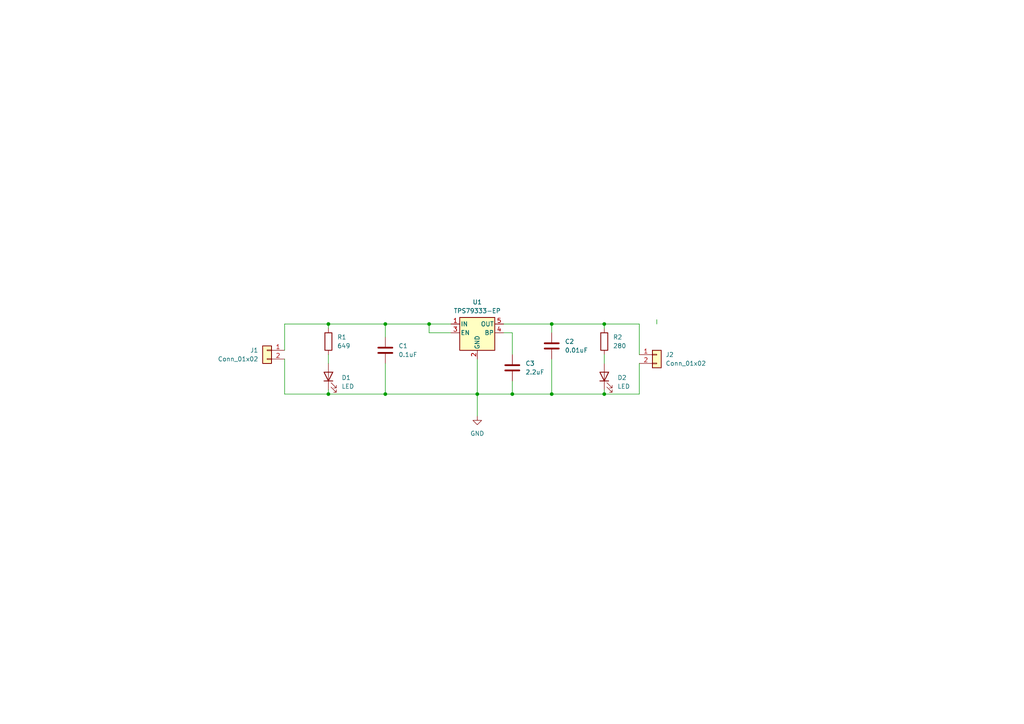
<source format=kicad_sch>
(kicad_sch (version 20231120) (generator "eeschema") (generator_version "8.0")
  (paper "A4")
  (lib_symbols
    (symbol "Connector_Generic:Conn_01x02" (pin_names (offset 1.016) hide)
      (property "Reference" "J" (at 0 2.54 0))
      (property "Value" "Conn_01x02" (at 0 -5.08 0))
      (symbol "Conn_01x02_1_1"
        (rectangle (start -1.27 -2.413) (end 0 -2.667) (stroke (width 0.1524)))
        (rectangle (start -1.27 0.127) (end 0 -0.127) (stroke (width 0.1524)))
        (rectangle (start -1.27 1.27) (end 1.27 -3.81) (stroke (width 0.254)) (fill (type background)))
        (pin passive line (at -5.08 0 0) (length 3.81) (name "Pin_1") (number "1"))
        (pin passive line (at -5.08 -2.54 0) (length 3.81) (name "Pin_2") (number "2"))
      )
    )
    (symbol "Device:C" (pin_numbers hide) (pin_names (offset 0.254))
      (property "Reference" "C" (at 0.635 2.54 0))
      (property "Value" "C" (at 0.635 -2.54 0))
      (symbol "C_0_1"
        (polyline (pts (xy -2.032 -0.762) (xy 2.032 -0.762)) (stroke (width 0.508)))
        (polyline (pts (xy -2.032 0.762) (xy 2.032 0.762)) (stroke (width 0.508)))
      )
      (symbol "C_1_1"
        (pin passive line (at 0 3.81 270) (length 2.794) (name "~") (number "1"))
        (pin passive line (at 0 -3.81 90) (length 2.794) (name "~") (number "2"))
      )
    )
    (symbol "Device:LED" (pin_numbers hide) (pin_names (offset 1.016) hide)
      (property "Reference" "D" (at 0 2.54 0))
      (property "Value" "LED" (at 0 -2.54 0))
      (symbol "LED_0_1"
        (polyline (pts (xy -1.27 -1.27) (xy -1.27 1.27)) (stroke (width 0.254)))
        (polyline (pts (xy -1.27 0) (xy 1.27 0)))
        (polyline (pts (xy 1.27 -1.27) (xy 1.27 1.27) (xy -1.27 0) (xy 1.27 -1.27)) (stroke (width 0.254)))
        (polyline (pts (xy -3.048 -0.762) (xy -4.572 -2.286) (xy -3.81 -2.286) (xy -4.572 -2.286) (xy -4.572 -1.524)))
        (polyline (pts (xy -1.778 -0.762) (xy -3.302 -2.286) (xy -2.54 -2.286) (xy -3.302 -2.286) (xy -3.302 -1.524)))
      )
      (symbol "LED_1_1"
        (pin passive line (at -3.81 0 0) (length 2.54) (name "K") (number "1"))
        (pin passive line (at 3.81 0 180) (length 2.54) (name "A") (number "2"))
      )
    )
    (symbol "Device:R" (pin_numbers hide) (pin_names (offset 0))
      (property "Reference" "R" (at 2.032 0 90))
      (property "Value" "R" (at 0 0 90))
      (symbol "R_0_1"
        (rectangle (start -1.016 -2.54) (end 1.016 2.54) (stroke (width 0.254)))
      )
      (symbol "R_1_1"
        (pin passive line (at 0 3.81 270) (length 1.27) (name "~") (number "1"))
        (pin passive line (at 0 -3.81 90) (length 1.27) (name "~") (number "2"))
      )
    )
    (symbol "Regulator_Linear:TPS79333-EP" (pin_names (offset 0.254))
      (property "Reference" "U" (at -3.81 5.715 0))
      (property "Value" "TPS79333-EP" (at 0 5.715 0))
      (symbol "TPS79333-EP_1_1"
        (rectangle (start 5.08 -5.08) (end -5.08 4.445) (stroke (width 0.254)) (fill (type background)))
        (pin power_in line (at -7.62 2.54 0) (length 2.54) (name "IN") (number "1"))
        (pin power_in line (at 0 -7.62 90) (length 2.54) (name "GND") (number "2"))
        (pin input line (at -7.62 0 0) (length 2.54) (name "EN") (number "3"))
        (pin bidirectional line (at 7.62 0 180) (length 2.54) (name "BP") (number "4"))
        (pin power_out line (at 7.62 2.54 180) (length 2.54) (name "OUT") (number "5"))
      )
    )
    (symbol "power:GND" (power) (pin_numbers hide) (pin_names (offset 0) hide)
      (property "Value" "GND" (at 0 -3.81 0))
      (symbol "GND_0_1"
        (polyline (pts (xy 0 0) (xy 0 -1.27) (xy 1.27 -1.27) (xy 0 -2.54) (xy -1.27 -1.27) (xy 0 -1.27)))
      )
      (symbol "GND_1_1"
        (pin power_in line (at 0 0 270) (length 0) (name "~") (number "1"))
      )
    )
  )
  (junction (at 124.46 93.98))
  (junction (at 148.59 114.3))
  (junction (at 175.26 114.3))
  (junction (at 138.43 114.3))
  (junction (at 111.76 93.98))
  (junction (at 95.25 114.3))
  (junction (at 160.02 114.3))
  (junction (at 160.02 93.98))
  (junction (at 175.26 93.98))
  (junction (at 95.25 93.98))
  (junction (at 111.76 114.3))
  (wire (pts (xy 111.76 114.3) (xy 138.43 114.3)))
  (wire (pts (xy 185.42 114.3) (xy 175.26 114.3)))
  (wire (pts (xy 160.02 104.14) (xy 160.02 114.3)))
  (wire (pts (xy 82.55 93.98) (xy 95.25 93.98)))
  (wire (pts (xy 111.76 97.79) (xy 111.76 93.98)))
  (wire (pts (xy 175.26 113.03) (xy 175.26 114.3)))
  (wire (pts (xy 185.42 105.41) (xy 185.42 114.3)))
  (wire (pts (xy 175.26 95.25) (xy 175.26 93.98)))
  (wire (pts (xy 148.59 96.52) (xy 146.05 96.52)))
  (wire (pts (xy 160.02 93.98) (xy 175.26 93.98)))
  (wire (pts (xy 111.76 93.98) (xy 124.46 93.98)))
  (wire (pts (xy 95.25 95.25) (xy 95.25 93.98)))
  (wire (pts (xy 148.59 110.49) (xy 148.59 114.3)))
  (wire (pts (xy 95.25 102.87) (xy 95.25 105.41)))
  (wire (pts (xy 138.43 114.3) (xy 148.59 114.3)))
  (wire (pts (xy 130.81 96.52) (xy 124.46 96.52)))
  (wire (pts (xy 95.25 114.3) (xy 111.76 114.3)))
  (wire (pts (xy 95.25 113.03) (xy 95.25 114.3)))
  (wire (pts (xy 124.46 96.52) (xy 124.46 93.98)))
  (wire (pts (xy 111.76 105.41) (xy 111.76 114.3)))
  (wire (pts (xy 148.59 114.3) (xy 160.02 114.3)))
  (wire (pts (xy 160.02 114.3) (xy 175.26 114.3)))
  (wire (pts (xy 175.26 102.87) (xy 175.26 105.41)))
  (wire (pts (xy 124.46 93.98) (xy 130.81 93.98)))
  (wire (pts (xy 95.25 93.98) (xy 111.76 93.98)))
  (wire (pts (xy 82.55 104.14) (xy 82.55 114.3)))
  (wire (pts (xy 148.59 102.87) (xy 148.59 96.52)))
  (wire (pts (xy 190.5 93.98) (xy 190.5 92.71)))
  (wire (pts (xy 160.02 96.52) (xy 160.02 93.98)))
  (wire (pts (xy 185.42 102.87) (xy 185.42 93.98)))
  (wire (pts (xy 138.43 104.14) (xy 138.43 114.3)))
  (wire (pts (xy 138.43 114.3) (xy 138.43 120.65)))
  (wire (pts (xy 160.02 93.98) (xy 146.05 93.98)))
  (wire (pts (xy 82.55 114.3) (xy 95.25 114.3)))
  (wire (pts (xy 185.42 93.98) (xy 175.26 93.98)))
  (wire (pts (xy 82.55 101.6) (xy 82.55 93.98)))
  (symbol (lib_id "Connector_Generic:Conn_01x02") (at 77.47 101.6 0) (mirror y) (unit 1)
    (property "Reference" "J1" (at 74.93 101.5999 0) (effects (justify left)))
    (property "Value" "Conn_01x02" (at 74.93 104.1399 0) (effects (justify left)))
    (property "Footprint" "Connector_PinHeader_2.54mm:PinHeader_1x02_P2.54mm_Vertical" (effects (hide yes)))
    (property "Description" "Generic connector, single row, 01x02, script generated (kicad-library-utils/schlib/autogen/connector/)" (effects (hide yes)))
  )
  (symbol (lib_id "Device:LED") (at 175.26 109.22 90) (unit 1)
    (property "Reference" "D2" (at 179.07 109.5374 90) (effects (justify right)))
    (property "Value" "LED" (at 179.07 112.0774 90) (effects (justify right)))
    (property "Footprint" "LED_SMD:LED_0805_2012Metric" (effects (hide yes)))
    (property "Description" "Light emitting diode" (effects (hide yes)))
  )
  (symbol (lib_id "Device:LED") (at 95.25 109.22 90) (unit 1)
    (property "Reference" "D1" (at 99.06 109.5374 90) (effects (justify right)))
    (property "Value" "LED" (at 99.06 112.0774 90) (effects (justify right)))
    (property "Footprint" "LED_SMD:LED_0805_2012Metric" (effects (hide yes)))
    (property "Description" "Light emitting diode" (effects (hide yes)))
  )
  (symbol (lib_id "Device:R") (at 95.25 99.06 0) (unit 1)
    (property "Reference" "R1" (at 97.79 97.7899 0) (effects (justify left)))
    (property "Value" "649" (at 97.79 100.3299 0) (effects (justify left)))
    (property "Footprint" "Resistor_SMD:R_0805_2012Metric" (effects (hide yes)))
    (property "Description" "Resistor" (effects (hide yes)))
  )
  (symbol (lib_id "Connector_Generic:Conn_01x02") (at 190.5 102.87 0) (unit 1)
    (property "Reference" "J2" (at 193.04 102.8699 0) (effects (justify left)))
    (property "Value" "Conn_01x02" (at 193.04 105.4099 0) (effects (justify left)))
    (property "Footprint" "Connector_PinHeader_2.54mm:PinHeader_1x02_P2.54mm_Vertical" (effects (hide yes)))
    (property "Description" "Generic connector, single row, 01x02, script generated (kicad-library-utils/schlib/autogen/connector/)" (effects (hide yes)))
  )
  (symbol (lib_id "power:GND") (at 138.43 120.65 0) (unit 1)
    (property "Reference" "#PWR01" (effects (hide yes)))
    (property "Value" "GND" (at 138.43 125.73 0))
    (property "Description" "Power symbol creates a global label with name \"GND\" , ground" (effects (hide yes)))
  )
  (symbol (lib_id "Device:C") (at 111.76 101.6 0) (unit 1)
    (property "Reference" "C1" (at 115.57 100.3299 0) (effects (justify left)))
    (property "Value" "0.1uF" (at 115.57 102.8699 0) (effects (justify left)))
    (property "Footprint" "Capacitor_SMD:C_0805_2012Metric" (effects (hide yes)))
    (property "Description" "Unpolarized capacitor" (effects (hide yes)))
  )
  (symbol (lib_id "Device:R") (at 175.26 99.06 0) (unit 1)
    (property "Reference" "R2" (at 177.8 97.7899 0) (effects (justify left)))
    (property "Value" "280" (at 177.8 100.3299 0) (effects (justify left)))
    (property "Footprint" "Resistor_SMD:R_0805_2012Metric" (effects (hide yes)))
    (property "Description" "Resistor" (effects (hide yes)))
  )
  (symbol (lib_id "Device:C") (at 160.02 100.33 0) (unit 1)
    (property "Reference" "C2" (at 163.83 99.0599 0) (effects (justify left)))
    (property "Value" "0.01uF" (at 163.83 101.5999 0) (effects (justify left)))
    (property "Footprint" "Capacitor_SMD:C_0805_2012Metric" (effects (hide yes)))
    (property "Description" "Unpolarized capacitor" (effects (hide yes)))
  )
  (symbol (lib_id "Device:C") (at 148.59 106.68 0) (unit 1)
    (property "Reference" "C3" (at 152.4 105.4099 0) (effects (justify left)))
    (property "Value" "2.2uF" (at 152.4 107.9499 0) (effects (justify left)))
    (property "Footprint" "Capacitor_SMD:C_0805_2012Metric" (effects (hide yes)))
    (property "Description" "Unpolarized capacitor" (effects (hide yes)))
  )
  (symbol (lib_id "Regulator_Linear:TPS79333-EP") (at 138.43 96.52 0) (unit 1)
    (property "Reference" "U1" (at 138.43 87.63 0))
    (property "Value" "TPS79333-EP" (at 138.43 90.17 0))
    (property "Footprint" "Package_TO_SOT_SMD:SOT-23-5" (effects (hide yes)))
    (property "Datasheet" "http://www.ti.com/lit/ds/symlink/tps79333-ep.pdf" (effects (hide yes)))
    (property "Description" "200mA UltraLow-Noise, High-Precision, Fast RF, Low Drop-out Voltage Regulator, Fixed Output 3.3V, SOT-23" (effects (hide yes)))
  )
)
</source>
